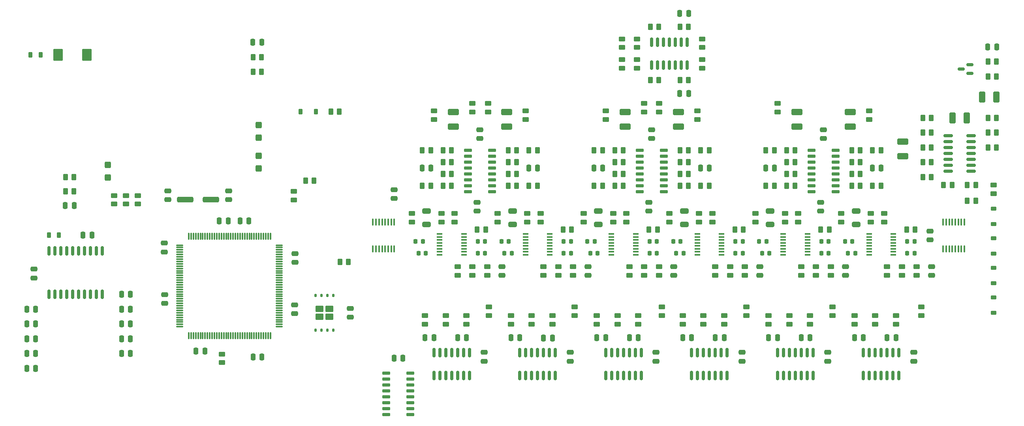
<source format=gbr>
%TF.GenerationSoftware,KiCad,Pcbnew,7.0.8*%
%TF.CreationDate,2024-02-07T19:13:26+01:00*%
%TF.ProjectId,overcycler3,6f766572-6379-4636-9c65-72332e6b6963,2*%
%TF.SameCoordinates,Original*%
%TF.FileFunction,Paste,Top*%
%TF.FilePolarity,Positive*%
%FSLAX46Y46*%
G04 Gerber Fmt 4.6, Leading zero omitted, Abs format (unit mm)*
G04 Created by KiCad (PCBNEW 7.0.8) date 2024-02-07 19:13:26*
%MOMM*%
%LPD*%
G01*
G04 APERTURE LIST*
G04 Aperture macros list*
%AMRoundRect*
0 Rectangle with rounded corners*
0 $1 Rounding radius*
0 $2 $3 $4 $5 $6 $7 $8 $9 X,Y pos of 4 corners*
0 Add a 4 corners polygon primitive as box body*
4,1,4,$2,$3,$4,$5,$6,$7,$8,$9,$2,$3,0*
0 Add four circle primitives for the rounded corners*
1,1,$1+$1,$2,$3*
1,1,$1+$1,$4,$5*
1,1,$1+$1,$6,$7*
1,1,$1+$1,$8,$9*
0 Add four rect primitives between the rounded corners*
20,1,$1+$1,$2,$3,$4,$5,0*
20,1,$1+$1,$4,$5,$6,$7,0*
20,1,$1+$1,$6,$7,$8,$9,0*
20,1,$1+$1,$8,$9,$2,$3,0*%
G04 Aperture macros list end*
%ADD10RoundRect,0.218750X-0.218750X-0.381250X0.218750X-0.381250X0.218750X0.381250X-0.218750X0.381250X0*%
%ADD11RoundRect,0.250000X-0.450000X0.262500X-0.450000X-0.262500X0.450000X-0.262500X0.450000X0.262500X0*%
%ADD12RoundRect,0.250000X0.475000X-0.250000X0.475000X0.250000X-0.475000X0.250000X-0.475000X-0.250000X0*%
%ADD13RoundRect,0.250000X0.450000X-0.262500X0.450000X0.262500X-0.450000X0.262500X-0.450000X-0.262500X0*%
%ADD14RoundRect,0.250000X-0.262500X-0.450000X0.262500X-0.450000X0.262500X0.450000X-0.262500X0.450000X0*%
%ADD15RoundRect,0.250000X0.250000X0.475000X-0.250000X0.475000X-0.250000X-0.475000X0.250000X-0.475000X0*%
%ADD16RoundRect,0.225000X-0.225000X-0.250000X0.225000X-0.250000X0.225000X0.250000X-0.225000X0.250000X0*%
%ADD17RoundRect,0.250000X-0.475000X0.250000X-0.475000X-0.250000X0.475000X-0.250000X0.475000X0.250000X0*%
%ADD18RoundRect,0.100000X-0.500000X-0.100000X0.500000X-0.100000X0.500000X0.100000X-0.500000X0.100000X0*%
%ADD19RoundRect,0.250000X0.262500X0.450000X-0.262500X0.450000X-0.262500X-0.450000X0.262500X-0.450000X0*%
%ADD20RoundRect,0.150000X0.150000X-0.825000X0.150000X0.825000X-0.150000X0.825000X-0.150000X-0.825000X0*%
%ADD21RoundRect,0.250000X-0.250000X-0.475000X0.250000X-0.475000X0.250000X0.475000X-0.250000X0.475000X0*%
%ADD22RoundRect,0.225000X0.225000X0.250000X-0.225000X0.250000X-0.225000X-0.250000X0.225000X-0.250000X0*%
%ADD23RoundRect,0.100000X0.100000X-0.637500X0.100000X0.637500X-0.100000X0.637500X-0.100000X-0.637500X0*%
%ADD24RoundRect,0.250000X0.650000X-0.325000X0.650000X0.325000X-0.650000X0.325000X-0.650000X-0.325000X0*%
%ADD25RoundRect,0.250000X-0.425000X0.450000X-0.425000X-0.450000X0.425000X-0.450000X0.425000X0.450000X0*%
%ADD26RoundRect,0.250000X0.412500X0.925000X-0.412500X0.925000X-0.412500X-0.925000X0.412500X-0.925000X0*%
%ADD27RoundRect,0.250000X-0.925000X0.412500X-0.925000X-0.412500X0.925000X-0.412500X0.925000X0.412500X0*%
%ADD28RoundRect,0.150000X0.725000X0.150000X-0.725000X0.150000X-0.725000X-0.150000X0.725000X-0.150000X0*%
%ADD29RoundRect,0.300000X1.450000X0.300000X-1.450000X0.300000X-1.450000X-0.300000X1.450000X-0.300000X0*%
%ADD30RoundRect,0.225000X0.375000X-0.225000X0.375000X0.225000X-0.375000X0.225000X-0.375000X-0.225000X0*%
%ADD31RoundRect,0.150000X0.150000X-0.875000X0.150000X0.875000X-0.150000X0.875000X-0.150000X-0.875000X0*%
%ADD32RoundRect,0.150000X-0.725000X-0.150000X0.725000X-0.150000X0.725000X0.150000X-0.725000X0.150000X0*%
%ADD33RoundRect,0.150000X0.587500X0.150000X-0.587500X0.150000X-0.587500X-0.150000X0.587500X-0.150000X0*%
%ADD34RoundRect,0.250000X-0.615000X0.435000X-0.615000X-0.435000X0.615000X-0.435000X0.615000X0.435000X0*%
%ADD35RoundRect,0.125000X-0.125000X0.200000X-0.125000X-0.200000X0.125000X-0.200000X0.125000X0.200000X0*%
%ADD36RoundRect,0.075000X-0.075000X0.662500X-0.075000X-0.662500X0.075000X-0.662500X0.075000X0.662500X0*%
%ADD37RoundRect,0.075000X-0.662500X0.075000X-0.662500X-0.075000X0.662500X-0.075000X0.662500X0.075000X0*%
%ADD38RoundRect,0.150000X-0.825000X-0.150000X0.825000X-0.150000X0.825000X0.150000X-0.825000X0.150000X0*%
%ADD39RoundRect,0.250000X-0.412500X-0.925000X0.412500X-0.925000X0.412500X0.925000X-0.412500X0.925000X0*%
%ADD40RoundRect,0.250000X0.787500X1.025000X-0.787500X1.025000X-0.787500X-1.025000X0.787500X-1.025000X0*%
%ADD41RoundRect,0.100000X-0.100000X0.637500X-0.100000X-0.637500X0.100000X-0.637500X0.100000X0.637500X0*%
%ADD42RoundRect,0.225000X-0.225000X-0.375000X0.225000X-0.375000X0.225000X0.375000X-0.225000X0.375000X0*%
G04 APERTURE END LIST*
D10*
%TO.C,FB2*%
X57228450Y-108649600D03*
X55103450Y-108649600D03*
%TD*%
D11*
%TO.C,R90*%
X160495000Y-104001250D03*
X160495000Y-105826250D03*
%TD*%
D12*
%TO.C,C9*%
X80561250Y-101055000D03*
X80561250Y-99155000D03*
%TD*%
D11*
%TO.C,R76*%
X188117500Y-104001250D03*
X188117500Y-105826250D03*
%TD*%
D13*
%TO.C,R86*%
X164305000Y-117256250D03*
X164305000Y-115431250D03*
%TD*%
D14*
%TO.C,R44*%
X184030000Y-63956250D03*
X185855000Y-63956250D03*
%TD*%
D15*
%TO.C,C72*%
X156050000Y-130631250D03*
X154150000Y-130631250D03*
%TD*%
D16*
%TO.C,C86*%
X220680000Y-112533750D03*
X222230000Y-112533750D03*
%TD*%
D15*
%TO.C,C62*%
X192880000Y-130631250D03*
X190980000Y-130631250D03*
%TD*%
D13*
%TO.C,R101*%
X209395000Y-127733750D03*
X209395000Y-125908750D03*
%TD*%
D14*
%TO.C,R15*%
X242450000Y-86657500D03*
X244275000Y-86657500D03*
%TD*%
D17*
%TO.C,C3*%
X147477500Y-86025000D03*
X147477500Y-87925000D03*
%TD*%
D12*
%TO.C,C19*%
X107820000Y-114505000D03*
X107820000Y-112605000D03*
%TD*%
D16*
%TO.C,C77*%
X152735000Y-112533750D03*
X154285000Y-112533750D03*
%TD*%
D13*
%TO.C,R135*%
X227810000Y-127733750D03*
X227810000Y-125908750D03*
%TD*%
%TO.C,R4*%
X71583750Y-101967500D03*
X71583750Y-100142500D03*
%TD*%
D18*
%TO.C,U13*%
X157260000Y-108406250D03*
X157260000Y-109041250D03*
X157260000Y-109676250D03*
X157260000Y-110311250D03*
X157260000Y-110946250D03*
X157260000Y-111581250D03*
X157260000Y-112216250D03*
X157260000Y-112851250D03*
X162460000Y-112851250D03*
X162460000Y-112216250D03*
X162460000Y-111581250D03*
X162460000Y-110946250D03*
X162460000Y-110311250D03*
X162460000Y-109676250D03*
X162460000Y-109041250D03*
X162460000Y-108406250D03*
%TD*%
D19*
%TO.C,R26*%
X117346250Y-82153750D03*
X115521250Y-82153750D03*
%TD*%
D15*
%TO.C,C52*%
X137635000Y-130631250D03*
X135735000Y-130631250D03*
%TD*%
D20*
%TO.C,U8*%
X137635000Y-138821250D03*
X138905000Y-138821250D03*
X140175000Y-138821250D03*
X141445000Y-138821250D03*
X142715000Y-138821250D03*
X143985000Y-138821250D03*
X145255000Y-138821250D03*
X145255000Y-133871250D03*
X143985000Y-133871250D03*
X142715000Y-133871250D03*
X141445000Y-133871250D03*
X140175000Y-133871250D03*
X138905000Y-133871250D03*
X137635000Y-133871250D03*
%TD*%
D21*
%TO.C,C100*%
X171927500Y-94277500D03*
X173827500Y-94277500D03*
%TD*%
D11*
%TO.C,R66*%
X204627500Y-124083750D03*
X204627500Y-125908750D03*
%TD*%
D21*
%TO.C,C90*%
X208757500Y-94277500D03*
X210657500Y-94277500D03*
%TD*%
D12*
%TO.C,C14*%
X203675000Y-135708750D03*
X203675000Y-133808750D03*
%TD*%
D19*
%TO.C,R148*%
X233480000Y-90467500D03*
X231655000Y-90467500D03*
%TD*%
D21*
%TO.C,C83*%
X216375000Y-130631250D03*
X218275000Y-130631250D03*
%TD*%
D14*
%TO.C,R113*%
X208795000Y-98087500D03*
X210620000Y-98087500D03*
%TD*%
D19*
%TO.C,R16*%
X100677500Y-73590000D03*
X98852500Y-73590000D03*
%TD*%
D18*
%TO.C,U11*%
X194090000Y-108406250D03*
X194090000Y-109041250D03*
X194090000Y-109676250D03*
X194090000Y-110311250D03*
X194090000Y-110946250D03*
X194090000Y-111581250D03*
X194090000Y-112216250D03*
X194090000Y-112851250D03*
X199290000Y-112851250D03*
X199290000Y-112216250D03*
X199290000Y-111581250D03*
X199290000Y-110946250D03*
X199290000Y-110311250D03*
X199290000Y-109676250D03*
X199290000Y-109041250D03*
X199290000Y-108406250D03*
%TD*%
D14*
%TO.C,R130*%
X171965000Y-98087500D03*
X173790000Y-98087500D03*
%TD*%
D19*
%TO.C,R87*%
X167122500Y-107453750D03*
X165297500Y-107453750D03*
%TD*%
%TO.C,R70*%
X203952500Y-107453750D03*
X202127500Y-107453750D03*
%TD*%
D22*
%TO.C,C85*%
X222230000Y-109993750D03*
X220680000Y-109993750D03*
%TD*%
D11*
%TO.C,R57*%
X142715000Y-115431250D03*
X142715000Y-117256250D03*
%TD*%
D19*
%TO.C,R116*%
X215065000Y-90467500D03*
X213240000Y-90467500D03*
%TD*%
D16*
%TO.C,C66*%
X202265000Y-112533750D03*
X203815000Y-112533750D03*
%TD*%
D13*
%TO.C,R54*%
X140175000Y-127733750D03*
X140175000Y-125908750D03*
%TD*%
D17*
%TO.C,C32*%
X51910000Y-115947500D03*
X51910000Y-117847500D03*
%TD*%
D14*
%TO.C,R43*%
X184030000Y-75386250D03*
X185855000Y-75386250D03*
%TD*%
D11*
%TO.C,R32*%
X149223750Y-80387500D03*
X149223750Y-82212500D03*
%TD*%
D22*
%TO.C,C55*%
X148570000Y-109993750D03*
X147020000Y-109993750D03*
%TD*%
D11*
%TO.C,R83*%
X167797500Y-124083750D03*
X167797500Y-125908750D03*
%TD*%
D17*
%TO.C,C2*%
X146842500Y-101582500D03*
X146842500Y-103482500D03*
%TD*%
D22*
%TO.C,C108*%
X227310000Y-109993750D03*
X225760000Y-109993750D03*
%TD*%
D23*
%TO.C,U20*%
X124565000Y-111586250D03*
X125215000Y-111586250D03*
X125865000Y-111586250D03*
X126515000Y-111586250D03*
X127165000Y-111586250D03*
X127815000Y-111586250D03*
X128465000Y-111586250D03*
X129115000Y-111586250D03*
X129115000Y-105861250D03*
X128465000Y-105861250D03*
X127815000Y-105861250D03*
X127165000Y-105861250D03*
X126515000Y-105861250D03*
X125865000Y-105861250D03*
X125215000Y-105861250D03*
X124565000Y-105861250D03*
%TD*%
D15*
%TO.C,C29*%
X130965000Y-135076250D03*
X129065000Y-135076250D03*
%TD*%
D13*
%TO.C,R67*%
X190980000Y-127733750D03*
X190980000Y-125908750D03*
%TD*%
D17*
%TO.C,C4*%
X183672500Y-101582500D03*
X183672500Y-103482500D03*
%TD*%
D21*
%TO.C,C35*%
X256382500Y-68242500D03*
X258282500Y-68242500D03*
%TD*%
D24*
%TO.C,C109*%
X228122500Y-106388750D03*
X228122500Y-103438750D03*
%TD*%
D19*
%TO.C,R115*%
X215065000Y-93007500D03*
X213240000Y-93007500D03*
%TD*%
D13*
%TO.C,R29*%
X174465000Y-83800000D03*
X174465000Y-81975000D03*
%TD*%
D11*
%TO.C,R48*%
X195102500Y-66536250D03*
X195102500Y-68361250D03*
%TD*%
D13*
%TO.C,R68*%
X199860000Y-127733750D03*
X199860000Y-125908750D03*
%TD*%
%TO.C,R143*%
X231297500Y-105826250D03*
X231297500Y-104001250D03*
%TD*%
D14*
%TO.C,R46*%
X190380000Y-63956250D03*
X192205000Y-63956250D03*
%TD*%
D22*
%TO.C,C75*%
X166985000Y-109993750D03*
X165435000Y-109993750D03*
%TD*%
D14*
%TO.C,R82*%
X190380000Y-90467500D03*
X192205000Y-90467500D03*
%TD*%
D12*
%TO.C,C104*%
X244315000Y-117293750D03*
X244315000Y-115393750D03*
%TD*%
%TO.C,C84*%
X225900000Y-117293750D03*
X225900000Y-115393750D03*
%TD*%
D11*
%TO.C,R49*%
X149382500Y-124083750D03*
X149382500Y-125908750D03*
%TD*%
D24*
%TO.C,C59*%
X136047500Y-106388750D03*
X136047500Y-103438750D03*
%TD*%
D21*
%TO.C,C51*%
X190342500Y-61098750D03*
X192242500Y-61098750D03*
%TD*%
D22*
%TO.C,C68*%
X190480000Y-109993750D03*
X188930000Y-109993750D03*
%TD*%
D19*
%TO.C,R111*%
X215065000Y-95547500D03*
X213240000Y-95547500D03*
%TD*%
%TO.C,R11*%
X244275000Y-83482500D03*
X242450000Y-83482500D03*
%TD*%
%TO.C,R138*%
X240782500Y-107453750D03*
X238957500Y-107453750D03*
%TD*%
%TO.C,R104*%
X222367500Y-107453750D03*
X220542500Y-107453750D03*
%TD*%
D21*
%TO.C,C38*%
X70645000Y-121342500D03*
X72545000Y-121342500D03*
%TD*%
D11*
%TO.C,R108*%
X216375000Y-115431250D03*
X216375000Y-117256250D03*
%TD*%
%TO.C,R93*%
X151287500Y-104001250D03*
X151287500Y-105826250D03*
%TD*%
D19*
%TO.C,R18*%
X253800000Y-101262500D03*
X251975000Y-101262500D03*
%TD*%
D12*
%TO.C,C17*%
X129062500Y-100783750D03*
X129062500Y-98883750D03*
%TD*%
D18*
%TO.C,U17*%
X175675000Y-108406250D03*
X175675000Y-109041250D03*
X175675000Y-109676250D03*
X175675000Y-110311250D03*
X175675000Y-110946250D03*
X175675000Y-111581250D03*
X175675000Y-112216250D03*
X175675000Y-112851250D03*
X180875000Y-112851250D03*
X180875000Y-112216250D03*
X180875000Y-111581250D03*
X180875000Y-110946250D03*
X180875000Y-110311250D03*
X180875000Y-109676250D03*
X180875000Y-109041250D03*
X180875000Y-108406250D03*
%TD*%
D11*
%TO.C,R142*%
X234790000Y-115431250D03*
X234790000Y-117256250D03*
%TD*%
%TO.C,R107*%
X215740000Y-104001250D03*
X215740000Y-105826250D03*
%TD*%
D21*
%TO.C,C63*%
X197960000Y-130631250D03*
X199860000Y-130631250D03*
%TD*%
D18*
%TO.C,U19*%
X230920000Y-108406250D03*
X230920000Y-109041250D03*
X230920000Y-109676250D03*
X230920000Y-110311250D03*
X230920000Y-110946250D03*
X230920000Y-111581250D03*
X230920000Y-112216250D03*
X230920000Y-112851250D03*
X236120000Y-112851250D03*
X236120000Y-112216250D03*
X236120000Y-111581250D03*
X236120000Y-110946250D03*
X236120000Y-110311250D03*
X236120000Y-109676250D03*
X236120000Y-109041250D03*
X236120000Y-108406250D03*
%TD*%
D21*
%TO.C,C42*%
X70645000Y-134042500D03*
X72545000Y-134042500D03*
%TD*%
D19*
%TO.C,R64*%
X141405000Y-93007500D03*
X139580000Y-93007500D03*
%TD*%
D16*
%TO.C,C106*%
X239095000Y-112533750D03*
X240645000Y-112533750D03*
%TD*%
D13*
%TO.C,R126*%
X176052500Y-105826250D03*
X176052500Y-104001250D03*
%TD*%
D16*
%TO.C,C76*%
X165435000Y-112533750D03*
X166985000Y-112533750D03*
%TD*%
D11*
%TO.C,R74*%
X197960000Y-115431250D03*
X197960000Y-117256250D03*
%TD*%
D15*
%TO.C,C45*%
X52225000Y-130867500D03*
X50325000Y-130867500D03*
%TD*%
D14*
%TO.C,R145*%
X227210000Y-95547500D03*
X229035000Y-95547500D03*
%TD*%
D21*
%TO.C,C40*%
X70645000Y-127692500D03*
X72545000Y-127692500D03*
%TD*%
D22*
%TO.C,C88*%
X208895000Y-109993750D03*
X207345000Y-109993750D03*
%TD*%
D15*
%TO.C,C25*%
X93500000Y-105585000D03*
X91600000Y-105585000D03*
%TD*%
D14*
%TO.C,R149*%
X227210000Y-93007500D03*
X229035000Y-93007500D03*
%TD*%
D21*
%TO.C,C93*%
X179545000Y-130631250D03*
X181445000Y-130631250D03*
%TD*%
D15*
%TO.C,C8*%
X60480000Y-102251250D03*
X58580000Y-102251250D03*
%TD*%
D14*
%TO.C,R99*%
X153550000Y-90467500D03*
X155375000Y-90467500D03*
%TD*%
D21*
%TO.C,C23*%
X98870000Y-134795000D03*
X100770000Y-134795000D03*
%TD*%
D13*
%TO.C,R2*%
X69043750Y-101967500D03*
X69043750Y-100142500D03*
%TD*%
D19*
%TO.C,R19*%
X258245000Y-83482500D03*
X256420000Y-83482500D03*
%TD*%
D15*
%TO.C,C18*%
X97945000Y-105585000D03*
X96045000Y-105585000D03*
%TD*%
D25*
%TO.C,C31*%
X67697500Y-93562500D03*
X67697500Y-96262500D03*
%TD*%
D13*
%TO.C,R109*%
X212882500Y-105826250D03*
X212882500Y-104001250D03*
%TD*%
D19*
%TO.C,R97*%
X159820000Y-90467500D03*
X157995000Y-90467500D03*
%TD*%
D15*
%TO.C,C70*%
X196687500Y-94277500D03*
X194787500Y-94277500D03*
%TD*%
D13*
%TO.C,R21*%
X107631250Y-101100000D03*
X107631250Y-99275000D03*
%TD*%
%TO.C,R37*%
X177957500Y-72806250D03*
X177957500Y-70981250D03*
%TD*%
D26*
%TO.C,C33*%
X258235000Y-79037500D03*
X255160000Y-79037500D03*
%TD*%
D19*
%TO.C,R133*%
X178235000Y-90467500D03*
X176410000Y-90467500D03*
%TD*%
D27*
%TO.C,C48*%
X238123750Y-88612500D03*
X238123750Y-91687500D03*
%TD*%
D18*
%TO.C,U9*%
X138845000Y-108406250D03*
X138845000Y-109041250D03*
X138845000Y-109676250D03*
X138845000Y-110311250D03*
X138845000Y-110946250D03*
X138845000Y-111581250D03*
X138845000Y-112216250D03*
X138845000Y-112851250D03*
X144045000Y-112851250D03*
X144045000Y-112216250D03*
X144045000Y-111581250D03*
X144045000Y-110946250D03*
X144045000Y-110311250D03*
X144045000Y-109676250D03*
X144045000Y-109041250D03*
X144045000Y-108406250D03*
%TD*%
D11*
%TO.C,R100*%
X223042500Y-124083750D03*
X223042500Y-125908750D03*
%TD*%
%TO.C,R125*%
X179545000Y-115431250D03*
X179545000Y-117256250D03*
%TD*%
D14*
%TO.C,R13*%
X246895000Y-97928750D03*
X248720000Y-97928750D03*
%TD*%
D19*
%TO.C,R3*%
X60442500Y-99235000D03*
X58617500Y-99235000D03*
%TD*%
D20*
%TO.C,U6*%
X184307500Y-72146250D03*
X185577500Y-72146250D03*
X186847500Y-72146250D03*
X188117500Y-72146250D03*
X189387500Y-72146250D03*
X190657500Y-72146250D03*
X191927500Y-72146250D03*
X191927500Y-67196250D03*
X190657500Y-67196250D03*
X189387500Y-67196250D03*
X188117500Y-67196250D03*
X186847500Y-67196250D03*
X185577500Y-67196250D03*
X184307500Y-67196250D03*
%TD*%
D24*
%TO.C,C79*%
X154462500Y-106388750D03*
X154462500Y-103438750D03*
%TD*%
D13*
%TO.C,R35*%
X194150000Y-83800000D03*
X194150000Y-81975000D03*
%TD*%
D15*
%TO.C,C102*%
X229710000Y-130631250D03*
X227810000Y-130631250D03*
%TD*%
D11*
%TO.C,R110*%
X206532500Y-104001250D03*
X206532500Y-105826250D03*
%TD*%
D28*
%TO.C,IC1*%
X150052500Y-99357500D03*
X150052500Y-98087500D03*
X150052500Y-96817500D03*
X150052500Y-95547500D03*
X150052500Y-94277500D03*
X150052500Y-93007500D03*
X150052500Y-91737500D03*
X150052500Y-90467500D03*
X144902500Y-90467500D03*
X144902500Y-91737500D03*
X144902500Y-93007500D03*
X144902500Y-94277500D03*
X144902500Y-95547500D03*
X144902500Y-96817500D03*
X144902500Y-98087500D03*
X144902500Y-99357500D03*
%TD*%
D11*
%TO.C,R55*%
X149065000Y-115431250D03*
X149065000Y-117256250D03*
%TD*%
%TO.C,R40*%
X177957500Y-66536250D03*
X177957500Y-68361250D03*
%TD*%
D27*
%TO.C,C111*%
X226852500Y-82262500D03*
X226852500Y-85337500D03*
%TD*%
D21*
%TO.C,C50*%
X190342500Y-78243750D03*
X192242500Y-78243750D03*
%TD*%
D29*
%TO.C,Y1*%
X89820000Y-101055000D03*
X84320000Y-101055000D03*
%TD*%
D27*
%TO.C,C71*%
X190022500Y-82262500D03*
X190022500Y-85337500D03*
%TD*%
D16*
%TO.C,C57*%
X134320000Y-112533750D03*
X135870000Y-112533750D03*
%TD*%
D19*
%TO.C,R96*%
X159820000Y-98087500D03*
X157995000Y-98087500D03*
%TD*%
D12*
%TO.C,C10*%
X148430000Y-135708750D03*
X148430000Y-133808750D03*
%TD*%
D11*
%TO.C,R127*%
X169702500Y-104001250D03*
X169702500Y-105826250D03*
%TD*%
D14*
%TO.C,R77*%
X190380000Y-95547500D03*
X192205000Y-95547500D03*
%TD*%
D21*
%TO.C,C49*%
X62390000Y-108642500D03*
X64290000Y-108642500D03*
%TD*%
D13*
%TO.C,R122*%
X177005000Y-127733750D03*
X177005000Y-125908750D03*
%TD*%
D19*
%TO.C,R121*%
X185537500Y-107453750D03*
X183712500Y-107453750D03*
%TD*%
D13*
%TO.C,R20*%
X257650000Y-99753750D03*
X257650000Y-97928750D03*
%TD*%
%TO.C,R31*%
X137635000Y-83800000D03*
X137635000Y-81975000D03*
%TD*%
D14*
%TO.C,R12*%
X242450000Y-93007500D03*
X244275000Y-93007500D03*
%TD*%
D15*
%TO.C,C47*%
X52225000Y-124517500D03*
X50325000Y-124517500D03*
%TD*%
D13*
%TO.C,R36*%
X230980000Y-83800000D03*
X230980000Y-81975000D03*
%TD*%
%TO.C,R85*%
X163030000Y-127733750D03*
X163030000Y-125908750D03*
%TD*%
D14*
%TO.C,R131*%
X171965000Y-90467500D03*
X173790000Y-90467500D03*
%TD*%
D13*
%TO.C,R47*%
X195102500Y-72806250D03*
X195102500Y-70981250D03*
%TD*%
D16*
%TO.C,C97*%
X171150000Y-112533750D03*
X172700000Y-112533750D03*
%TD*%
D20*
%TO.C,U12*%
X156050000Y-138821250D03*
X157320000Y-138821250D03*
X158590000Y-138821250D03*
X159860000Y-138821250D03*
X161130000Y-138821250D03*
X162400000Y-138821250D03*
X163670000Y-138821250D03*
X163670000Y-133871250D03*
X162400000Y-133871250D03*
X161130000Y-133871250D03*
X159860000Y-133871250D03*
X158590000Y-133871250D03*
X157320000Y-133871250D03*
X156050000Y-133871250D03*
%TD*%
D14*
%TO.C,R45*%
X190380000Y-75386250D03*
X192205000Y-75386250D03*
%TD*%
D12*
%TO.C,C94*%
X189070000Y-117293750D03*
X189070000Y-115393750D03*
%TD*%
D11*
%TO.C,R28*%
X182720000Y-80387500D03*
X182720000Y-82212500D03*
%TD*%
D13*
%TO.C,R105*%
X213835000Y-127733750D03*
X213835000Y-125908750D03*
%TD*%
D19*
%TO.C,R10*%
X244275000Y-96182500D03*
X242450000Y-96182500D03*
%TD*%
D14*
%TO.C,R81*%
X190380000Y-93007500D03*
X192205000Y-93007500D03*
%TD*%
D19*
%TO.C,R128*%
X178235000Y-95547500D03*
X176410000Y-95547500D03*
%TD*%
D16*
%TO.C,C56*%
X147020000Y-112533750D03*
X148570000Y-112533750D03*
%TD*%
D11*
%TO.C,R91*%
X161130000Y-115431250D03*
X161130000Y-117256250D03*
%TD*%
D13*
%TO.C,R33*%
X157320000Y-83800000D03*
X157320000Y-81975000D03*
%TD*%
D21*
%TO.C,C60*%
X135097500Y-94277500D03*
X136997500Y-94277500D03*
%TD*%
D13*
%TO.C,R5*%
X74123750Y-101982500D03*
X74123750Y-100157500D03*
%TD*%
D21*
%TO.C,C24*%
X86620000Y-133555000D03*
X88520000Y-133555000D03*
%TD*%
D17*
%TO.C,C34*%
X243997500Y-107773750D03*
X243997500Y-109673750D03*
%TD*%
D13*
%TO.C,R38*%
X181132500Y-72806250D03*
X181132500Y-70981250D03*
%TD*%
D14*
%TO.C,R98*%
X153550000Y-93007500D03*
X155375000Y-93007500D03*
%TD*%
D21*
%TO.C,C39*%
X70645000Y-124517500D03*
X72545000Y-124517500D03*
%TD*%
D19*
%TO.C,R147*%
X233480000Y-98087500D03*
X231655000Y-98087500D03*
%TD*%
D16*
%TO.C,C96*%
X183850000Y-112533750D03*
X185400000Y-112533750D03*
%TD*%
D14*
%TO.C,R9*%
X242450000Y-89832500D03*
X244275000Y-89832500D03*
%TD*%
%TO.C,R7*%
X256420000Y-74592500D03*
X258245000Y-74592500D03*
%TD*%
D12*
%TO.C,C1*%
X93578750Y-101055000D03*
X93578750Y-99155000D03*
%TD*%
%TO.C,C74*%
X170655000Y-117293750D03*
X170655000Y-115393750D03*
%TD*%
D19*
%TO.C,R65*%
X141405000Y-90467500D03*
X139580000Y-90467500D03*
%TD*%
D25*
%TO.C,C22*%
X100082500Y-84990000D03*
X100082500Y-87690000D03*
%TD*%
D22*
%TO.C,C105*%
X240645000Y-109993750D03*
X239095000Y-109993750D03*
%TD*%
D19*
%TO.C,R80*%
X196650000Y-90467500D03*
X194825000Y-90467500D03*
%TD*%
D13*
%TO.C,R118*%
X172565000Y-127733750D03*
X172565000Y-125908750D03*
%TD*%
D17*
%TO.C,C6*%
X220502500Y-101582500D03*
X220502500Y-103482500D03*
%TD*%
D12*
%TO.C,C30*%
X119696250Y-126255000D03*
X119696250Y-124355000D03*
%TD*%
D30*
%TO.C,D3*%
X257650000Y-112596250D03*
X257650000Y-109296250D03*
%TD*%
D27*
%TO.C,C61*%
X141762500Y-82262500D03*
X141762500Y-85337500D03*
%TD*%
D17*
%TO.C,C5*%
X184307500Y-86025000D03*
X184307500Y-87925000D03*
%TD*%
D19*
%TO.C,R60*%
X141405000Y-95547500D03*
X139580000Y-95547500D03*
%TD*%
D12*
%TO.C,C15*%
X222090000Y-135708750D03*
X222090000Y-133808750D03*
%TD*%
D13*
%TO.C,R69*%
X201135000Y-117256250D03*
X201135000Y-115431250D03*
%TD*%
D21*
%TO.C,C73*%
X161130000Y-130711250D03*
X163030000Y-130711250D03*
%TD*%
D14*
%TO.C,R129*%
X176410000Y-98087500D03*
X178235000Y-98087500D03*
%TD*%
D24*
%TO.C,C89*%
X209707500Y-106388750D03*
X209707500Y-103438750D03*
%TD*%
D21*
%TO.C,C53*%
X142715000Y-130631250D03*
X144615000Y-130631250D03*
%TD*%
D18*
%TO.C,U15*%
X212505000Y-108406250D03*
X212505000Y-109041250D03*
X212505000Y-109676250D03*
X212505000Y-110311250D03*
X212505000Y-110946250D03*
X212505000Y-111581250D03*
X212505000Y-112216250D03*
X212505000Y-112851250D03*
X217705000Y-112851250D03*
X217705000Y-112216250D03*
X217705000Y-111581250D03*
X217705000Y-110946250D03*
X217705000Y-110311250D03*
X217705000Y-109676250D03*
X217705000Y-109041250D03*
X217705000Y-108406250D03*
%TD*%
D31*
%TO.C,U4*%
X55085000Y-121342500D03*
X56355000Y-121342500D03*
X57625000Y-121342500D03*
X58895000Y-121342500D03*
X60165000Y-121342500D03*
X61435000Y-121342500D03*
X62705000Y-121342500D03*
X63975000Y-121342500D03*
X65245000Y-121342500D03*
X66515000Y-121342500D03*
X66515000Y-112042500D03*
X65245000Y-112042500D03*
X63975000Y-112042500D03*
X62705000Y-112042500D03*
X61435000Y-112042500D03*
X60165000Y-112042500D03*
X58895000Y-112042500D03*
X57625000Y-112042500D03*
X56355000Y-112042500D03*
X55085000Y-112042500D03*
%TD*%
D13*
%TO.C,R92*%
X157637500Y-105826250D03*
X157637500Y-104001250D03*
%TD*%
%TO.C,R88*%
X158590000Y-127733750D03*
X158590000Y-125908750D03*
%TD*%
%TO.C,R120*%
X182720000Y-117256250D03*
X182720000Y-115431250D03*
%TD*%
D32*
%TO.C,U5*%
X127440000Y-138251250D03*
X127440000Y-139521250D03*
X127440000Y-140791250D03*
X127440000Y-142061250D03*
X127440000Y-143331250D03*
X127440000Y-144601250D03*
X127440000Y-145871250D03*
X127440000Y-147141250D03*
X132590000Y-147141250D03*
X132590000Y-145871250D03*
X132590000Y-144601250D03*
X132590000Y-143331250D03*
X132590000Y-142061250D03*
X132590000Y-140791250D03*
X132590000Y-139521250D03*
X132590000Y-138251250D03*
%TD*%
D14*
%TO.C,R8*%
X256420000Y-71417500D03*
X258245000Y-71417500D03*
%TD*%
D19*
%TO.C,R146*%
X229035000Y-98087500D03*
X227210000Y-98087500D03*
%TD*%
D11*
%TO.C,R34*%
X185895000Y-80387500D03*
X185895000Y-82212500D03*
%TD*%
%TO.C,R39*%
X181132500Y-66536250D03*
X181132500Y-68361250D03*
%TD*%
D33*
%TO.C,Q1*%
X252555000Y-73955000D03*
X252555000Y-72055000D03*
X250680000Y-73005000D03*
%TD*%
D21*
%TO.C,C103*%
X234790000Y-130631250D03*
X236690000Y-130631250D03*
%TD*%
D19*
%TO.C,R24*%
X258245000Y-86657500D03*
X256420000Y-86657500D03*
%TD*%
D14*
%TO.C,R22*%
X110123750Y-96976250D03*
X111948750Y-96976250D03*
%TD*%
D11*
%TO.C,R123*%
X185895000Y-115431250D03*
X185895000Y-117256250D03*
%TD*%
D15*
%TO.C,C80*%
X159857500Y-94277500D03*
X157957500Y-94277500D03*
%TD*%
D11*
%TO.C,R134*%
X242092500Y-124083750D03*
X242092500Y-125908750D03*
%TD*%
%TO.C,R72*%
X204310000Y-115431250D03*
X204310000Y-117256250D03*
%TD*%
D24*
%TO.C,C99*%
X172877500Y-106388750D03*
X172877500Y-103438750D03*
%TD*%
D34*
%TO.C,U1*%
X115215000Y-124455000D03*
X113065000Y-124455000D03*
X115215000Y-126155000D03*
X113065000Y-126155000D03*
D35*
X116045000Y-121555000D03*
X114775000Y-121555000D03*
X113505000Y-121555000D03*
X112235000Y-121555000D03*
X112235000Y-129055000D03*
X113505000Y-129055000D03*
X114775000Y-129055000D03*
X116045000Y-129055000D03*
%TD*%
D11*
%TO.C,R117*%
X186530000Y-124083750D03*
X186530000Y-125908750D03*
%TD*%
D22*
%TO.C,C65*%
X203815000Y-109993750D03*
X202265000Y-109993750D03*
%TD*%
D13*
%TO.C,R52*%
X145890000Y-117256250D03*
X145890000Y-115431250D03*
%TD*%
%TO.C,R75*%
X194467500Y-105826250D03*
X194467500Y-104001250D03*
%TD*%
D16*
%TO.C,C87*%
X207980000Y-112533750D03*
X209530000Y-112533750D03*
%TD*%
D19*
%TO.C,R79*%
X196650000Y-98087500D03*
X194825000Y-98087500D03*
%TD*%
D20*
%TO.C,U14*%
X211295000Y-138821250D03*
X212565000Y-138821250D03*
X213835000Y-138821250D03*
X215105000Y-138821250D03*
X216375000Y-138821250D03*
X217645000Y-138821250D03*
X218915000Y-138821250D03*
X218915000Y-133871250D03*
X217645000Y-133871250D03*
X216375000Y-133871250D03*
X215105000Y-133871250D03*
X213835000Y-133871250D03*
X212565000Y-133871250D03*
X211295000Y-133871250D03*
%TD*%
D28*
%TO.C,IC2*%
X186882500Y-99357500D03*
X186882500Y-98087500D03*
X186882500Y-96817500D03*
X186882500Y-95547500D03*
X186882500Y-94277500D03*
X186882500Y-93007500D03*
X186882500Y-91737500D03*
X186882500Y-90467500D03*
X181732500Y-90467500D03*
X181732500Y-91737500D03*
X181732500Y-93007500D03*
X181732500Y-94277500D03*
X181732500Y-95547500D03*
X181732500Y-96817500D03*
X181732500Y-98087500D03*
X181732500Y-99357500D03*
%TD*%
D36*
%TO.C,U3*%
X102570000Y-108892500D03*
X102070000Y-108892500D03*
X101570000Y-108892500D03*
X101070000Y-108892500D03*
X100570000Y-108892500D03*
X100070000Y-108892500D03*
X99570000Y-108892500D03*
X99070000Y-108892500D03*
X98570000Y-108892500D03*
X98070000Y-108892500D03*
X97570000Y-108892500D03*
X97070000Y-108892500D03*
X96570000Y-108892500D03*
X96070000Y-108892500D03*
X95570000Y-108892500D03*
X95070000Y-108892500D03*
X94570000Y-108892500D03*
X94070000Y-108892500D03*
X93570000Y-108892500D03*
X93070000Y-108892500D03*
X92570000Y-108892500D03*
X92070000Y-108892500D03*
X91570000Y-108892500D03*
X91070000Y-108892500D03*
X90570000Y-108892500D03*
X90070000Y-108892500D03*
X89570000Y-108892500D03*
X89070000Y-108892500D03*
X88570000Y-108892500D03*
X88070000Y-108892500D03*
X87570000Y-108892500D03*
X87070000Y-108892500D03*
X86570000Y-108892500D03*
X86070000Y-108892500D03*
X85570000Y-108892500D03*
X85070000Y-108892500D03*
D37*
X83157500Y-110805000D03*
X83157500Y-111305000D03*
X83157500Y-111805000D03*
X83157500Y-112305000D03*
X83157500Y-112805000D03*
X83157500Y-113305000D03*
X83157500Y-113805000D03*
X83157500Y-114305000D03*
X83157500Y-114805000D03*
X83157500Y-115305000D03*
X83157500Y-115805000D03*
X83157500Y-116305000D03*
X83157500Y-116805000D03*
X83157500Y-117305000D03*
X83157500Y-117805000D03*
X83157500Y-118305000D03*
X83157500Y-118805000D03*
X83157500Y-119305000D03*
X83157500Y-119805000D03*
X83157500Y-120305000D03*
X83157500Y-120805000D03*
X83157500Y-121305000D03*
X83157500Y-121805000D03*
X83157500Y-122305000D03*
X83157500Y-122805000D03*
X83157500Y-123305000D03*
X83157500Y-123805000D03*
X83157500Y-124305000D03*
X83157500Y-124805000D03*
X83157500Y-125305000D03*
X83157500Y-125805000D03*
X83157500Y-126305000D03*
X83157500Y-126805000D03*
X83157500Y-127305000D03*
X83157500Y-127805000D03*
X83157500Y-128305000D03*
D36*
X85070000Y-130217500D03*
X85570000Y-130217500D03*
X86070000Y-130217500D03*
X86570000Y-130217500D03*
X87070000Y-130217500D03*
X87570000Y-130217500D03*
X88070000Y-130217500D03*
X88570000Y-130217500D03*
X89070000Y-130217500D03*
X89570000Y-130217500D03*
X90070000Y-130217500D03*
X90570000Y-130217500D03*
X91070000Y-130217500D03*
X91570000Y-130217500D03*
X92070000Y-130217500D03*
X92570000Y-130217500D03*
X93070000Y-130217500D03*
X93570000Y-130217500D03*
X94070000Y-130217500D03*
X94570000Y-130217500D03*
X95070000Y-130217500D03*
X95570000Y-130217500D03*
X96070000Y-130217500D03*
X96570000Y-130217500D03*
X97070000Y-130217500D03*
X97570000Y-130217500D03*
X98070000Y-130217500D03*
X98570000Y-130217500D03*
X99070000Y-130217500D03*
X99570000Y-130217500D03*
X100070000Y-130217500D03*
X100570000Y-130217500D03*
X101070000Y-130217500D03*
X101570000Y-130217500D03*
X102070000Y-130217500D03*
X102570000Y-130217500D03*
D37*
X104482500Y-128305000D03*
X104482500Y-127805000D03*
X104482500Y-127305000D03*
X104482500Y-126805000D03*
X104482500Y-126305000D03*
X104482500Y-125805000D03*
X104482500Y-125305000D03*
X104482500Y-124805000D03*
X104482500Y-124305000D03*
X104482500Y-123805000D03*
X104482500Y-123305000D03*
X104482500Y-122805000D03*
X104482500Y-122305000D03*
X104482500Y-121805000D03*
X104482500Y-121305000D03*
X104482500Y-120805000D03*
X104482500Y-120305000D03*
X104482500Y-119805000D03*
X104482500Y-119305000D03*
X104482500Y-118805000D03*
X104482500Y-118305000D03*
X104482500Y-117805000D03*
X104482500Y-117305000D03*
X104482500Y-116805000D03*
X104482500Y-116305000D03*
X104482500Y-115805000D03*
X104482500Y-115305000D03*
X104482500Y-114805000D03*
X104482500Y-114305000D03*
X104482500Y-113805000D03*
X104482500Y-113305000D03*
X104482500Y-112805000D03*
X104482500Y-112305000D03*
X104482500Y-111805000D03*
X104482500Y-111305000D03*
X104482500Y-110805000D03*
%TD*%
D11*
%TO.C,R89*%
X167480000Y-115431250D03*
X167480000Y-117256250D03*
%TD*%
D13*
%TO.C,R25*%
X92181250Y-136025000D03*
X92181250Y-134200000D03*
%TD*%
D17*
%TO.C,C7*%
X221137500Y-86025000D03*
X221137500Y-87925000D03*
%TD*%
D38*
%TO.C,U2*%
X247872500Y-87292500D03*
X247872500Y-88562500D03*
X247872500Y-89832500D03*
X247872500Y-91102500D03*
X247872500Y-92372500D03*
X247872500Y-93642500D03*
X247872500Y-94912500D03*
X252822500Y-94912500D03*
X252822500Y-93642500D03*
X252822500Y-92372500D03*
X252822500Y-91102500D03*
X252822500Y-89832500D03*
X252822500Y-88562500D03*
X252822500Y-87292500D03*
%TD*%
D20*
%TO.C,U18*%
X229710000Y-138821250D03*
X230980000Y-138821250D03*
X232250000Y-138821250D03*
X233520000Y-138821250D03*
X234790000Y-138821250D03*
X236060000Y-138821250D03*
X237330000Y-138821250D03*
X237330000Y-133871250D03*
X236060000Y-133871250D03*
X234790000Y-133871250D03*
X233520000Y-133871250D03*
X232250000Y-133871250D03*
X230980000Y-133871250D03*
X229710000Y-133871250D03*
%TD*%
D13*
%TO.C,R103*%
X219550000Y-117256250D03*
X219550000Y-115431250D03*
%TD*%
D30*
%TO.C,D1*%
X257650000Y-125296250D03*
X257650000Y-121996250D03*
%TD*%
D14*
%TO.C,R62*%
X135135000Y-98087500D03*
X136960000Y-98087500D03*
%TD*%
D13*
%TO.C,R84*%
X154150000Y-127733750D03*
X154150000Y-125908750D03*
%TD*%
%TO.C,R58*%
X139222500Y-105826250D03*
X139222500Y-104001250D03*
%TD*%
D14*
%TO.C,R150*%
X227210000Y-90467500D03*
X229035000Y-90467500D03*
%TD*%
D11*
%TO.C,R73*%
X197325000Y-104001250D03*
X197325000Y-105826250D03*
%TD*%
D21*
%TO.C,C37*%
X98815000Y-67240000D03*
X100715000Y-67240000D03*
%TD*%
D19*
%TO.C,R53*%
X148707500Y-107453750D03*
X146882500Y-107453750D03*
%TD*%
D12*
%TO.C,C54*%
X152240000Y-117293750D03*
X152240000Y-115393750D03*
%TD*%
D14*
%TO.C,R14*%
X98852500Y-70415000D03*
X100677500Y-70415000D03*
%TD*%
D24*
%TO.C,C69*%
X191292500Y-106388750D03*
X191292500Y-103438750D03*
%TD*%
D13*
%TO.C,R119*%
X181445000Y-127733750D03*
X181445000Y-125908750D03*
%TD*%
D12*
%TO.C,C16*%
X240505000Y-135708750D03*
X240505000Y-133808750D03*
%TD*%
D11*
%TO.C,R141*%
X234155000Y-104001250D03*
X234155000Y-105826250D03*
%TD*%
D27*
%TO.C,C101*%
X178592500Y-82262500D03*
X178592500Y-85337500D03*
%TD*%
D30*
%TO.C,D2*%
X257650000Y-118946250D03*
X257650000Y-115646250D03*
%TD*%
D14*
%TO.C,R23*%
X256420000Y-89832500D03*
X258245000Y-89832500D03*
%TD*%
D11*
%TO.C,R140*%
X241140000Y-115431250D03*
X241140000Y-117256250D03*
%TD*%
D12*
%TO.C,C27*%
X79880000Y-123305000D03*
X79880000Y-121405000D03*
%TD*%
D20*
%TO.C,U10*%
X192880000Y-138821250D03*
X194150000Y-138821250D03*
X195420000Y-138821250D03*
X196690000Y-138821250D03*
X197960000Y-138821250D03*
X199230000Y-138821250D03*
X200500000Y-138821250D03*
X200500000Y-133871250D03*
X199230000Y-133871250D03*
X197960000Y-133871250D03*
X196690000Y-133871250D03*
X195420000Y-133871250D03*
X194150000Y-133871250D03*
X192880000Y-133871250D03*
%TD*%
D15*
%TO.C,C46*%
X52225000Y-127692500D03*
X50325000Y-127692500D03*
%TD*%
D19*
%TO.C,R132*%
X178235000Y-93007500D03*
X176410000Y-93007500D03*
%TD*%
D22*
%TO.C,C58*%
X135235000Y-109993750D03*
X133685000Y-109993750D03*
%TD*%
D19*
%TO.C,R1*%
X60442500Y-96218750D03*
X58617500Y-96218750D03*
%TD*%
D13*
%TO.C,R71*%
X195420000Y-127733750D03*
X195420000Y-125908750D03*
%TD*%
D15*
%TO.C,C82*%
X211295000Y-130631250D03*
X209395000Y-130631250D03*
%TD*%
D12*
%TO.C,C64*%
X207485000Y-117293750D03*
X207485000Y-115393750D03*
%TD*%
D19*
%TO.C,R17*%
X253800000Y-97928750D03*
X251975000Y-97928750D03*
%TD*%
D27*
%TO.C,C81*%
X153192500Y-82262500D03*
X153192500Y-85337500D03*
%TD*%
D11*
%TO.C,R124*%
X178910000Y-104001250D03*
X178910000Y-105826250D03*
%TD*%
D20*
%TO.C,U16*%
X174465000Y-138821250D03*
X175735000Y-138821250D03*
X177005000Y-138821250D03*
X178275000Y-138821250D03*
X179545000Y-138821250D03*
X180815000Y-138821250D03*
X182085000Y-138821250D03*
X182085000Y-133871250D03*
X180815000Y-133871250D03*
X179545000Y-133871250D03*
X178275000Y-133871250D03*
X177005000Y-133871250D03*
X175735000Y-133871250D03*
X174465000Y-133871250D03*
%TD*%
D39*
%TO.C,C36*%
X248810000Y-83482500D03*
X251885000Y-83482500D03*
%TD*%
D12*
%TO.C,C11*%
X166845000Y-135708750D03*
X166845000Y-133808750D03*
%TD*%
D13*
%TO.C,R139*%
X232250000Y-127733750D03*
X232250000Y-125908750D03*
%TD*%
%TO.C,R51*%
X144615000Y-127733750D03*
X144615000Y-125908750D03*
%TD*%
D11*
%TO.C,R59*%
X132872500Y-104001250D03*
X132872500Y-105826250D03*
%TD*%
%TO.C,R106*%
X222725000Y-115431250D03*
X222725000Y-117256250D03*
%TD*%
D22*
%TO.C,C98*%
X172065000Y-109993750D03*
X170515000Y-109993750D03*
%TD*%
D11*
%TO.C,R56*%
X142080000Y-104001250D03*
X142080000Y-105826250D03*
%TD*%
D15*
%TO.C,C44*%
X52225000Y-134042500D03*
X50325000Y-134042500D03*
%TD*%
D11*
%TO.C,R27*%
X211295000Y-80387500D03*
X211295000Y-82212500D03*
%TD*%
D12*
%TO.C,C26*%
X79850000Y-112250000D03*
X79850000Y-110350000D03*
%TD*%
D15*
%TO.C,C92*%
X174465000Y-130631250D03*
X172565000Y-130631250D03*
%TD*%
D16*
%TO.C,C67*%
X189565000Y-112533750D03*
X191115000Y-112533750D03*
%TD*%
D27*
%TO.C,C91*%
X215422500Y-82262500D03*
X215422500Y-85337500D03*
%TD*%
D21*
%TO.C,C41*%
X70645000Y-130867500D03*
X72545000Y-130867500D03*
%TD*%
D19*
%TO.C,R78*%
X192205000Y-98087500D03*
X190380000Y-98087500D03*
%TD*%
D13*
%TO.C,R50*%
X135735000Y-127733750D03*
X135735000Y-125908750D03*
%TD*%
D16*
%TO.C,C107*%
X226395000Y-112533750D03*
X227945000Y-112533750D03*
%TD*%
D22*
%TO.C,C78*%
X153650000Y-109993750D03*
X152100000Y-109993750D03*
%TD*%
D25*
%TO.C,C21*%
X100082500Y-91657500D03*
X100082500Y-94357500D03*
%TD*%
D13*
%TO.C,R137*%
X237965000Y-117256250D03*
X237965000Y-115431250D03*
%TD*%
D40*
%TO.C,C13*%
X63266250Y-69940000D03*
X57041250Y-69940000D03*
%TD*%
D11*
%TO.C,R144*%
X224947500Y-104001250D03*
X224947500Y-105826250D03*
%TD*%
D14*
%TO.C,R61*%
X139580000Y-98087500D03*
X141405000Y-98087500D03*
%TD*%
%TO.C,R63*%
X135135000Y-90467500D03*
X136960000Y-90467500D03*
%TD*%
D11*
%TO.C,R30*%
X145890000Y-80387500D03*
X145890000Y-82212500D03*
%TD*%
D12*
%TO.C,C20*%
X107790000Y-125505000D03*
X107790000Y-123605000D03*
%TD*%
D19*
%TO.C,R95*%
X155375000Y-98087500D03*
X153550000Y-98087500D03*
%TD*%
D10*
%TO.C,FB1*%
X51153750Y-69940000D03*
X53278750Y-69940000D03*
%TD*%
D14*
%TO.C,R114*%
X208795000Y-90467500D03*
X210620000Y-90467500D03*
%TD*%
D41*
%TO.C,U7*%
X251352500Y-105861250D03*
X250702500Y-105861250D03*
X250052500Y-105861250D03*
X249402500Y-105861250D03*
X248752500Y-105861250D03*
X248102500Y-105861250D03*
X247452500Y-105861250D03*
X246802500Y-105861250D03*
X246802500Y-111586250D03*
X247452500Y-111586250D03*
X248102500Y-111586250D03*
X248752500Y-111586250D03*
X249402500Y-111586250D03*
X250052500Y-111586250D03*
X250702500Y-111586250D03*
X251352500Y-111586250D03*
%TD*%
D22*
%TO.C,C95*%
X185400000Y-109993750D03*
X183850000Y-109993750D03*
%TD*%
D12*
%TO.C,C12*%
X185260000Y-135708750D03*
X185260000Y-133808750D03*
%TD*%
D15*
%TO.C,C43*%
X52225000Y-137217500D03*
X50325000Y-137217500D03*
%TD*%
%TO.C,C110*%
X233517500Y-94277500D03*
X231617500Y-94277500D03*
%TD*%
D42*
%TO.C,D5*%
X109068750Y-82153750D03*
X112368750Y-82153750D03*
%TD*%
D19*
%TO.C,R6*%
X119287500Y-114380000D03*
X117462500Y-114380000D03*
%TD*%
D14*
%TO.C,R94*%
X153550000Y-95547500D03*
X155375000Y-95547500D03*
%TD*%
%TO.C,R112*%
X213240000Y-98087500D03*
X215065000Y-98087500D03*
%TD*%
D30*
%TO.C,D4*%
X257650000Y-106246250D03*
X257650000Y-102946250D03*
%TD*%
D13*
%TO.C,R102*%
X218275000Y-127733750D03*
X218275000Y-125908750D03*
%TD*%
D28*
%TO.C,IC3*%
X223712500Y-99357500D03*
X223712500Y-98087500D03*
X223712500Y-96817500D03*
X223712500Y-95547500D03*
X223712500Y-94277500D03*
X223712500Y-93007500D03*
X223712500Y-91737500D03*
X223712500Y-90467500D03*
X218562500Y-90467500D03*
X218562500Y-91737500D03*
X218562500Y-93007500D03*
X218562500Y-94277500D03*
X218562500Y-95547500D03*
X218562500Y-96817500D03*
X218562500Y-98087500D03*
X218562500Y-99357500D03*
%TD*%
D13*
%TO.C,R136*%
X236690000Y-127733750D03*
X236690000Y-125908750D03*
%TD*%
M02*

</source>
